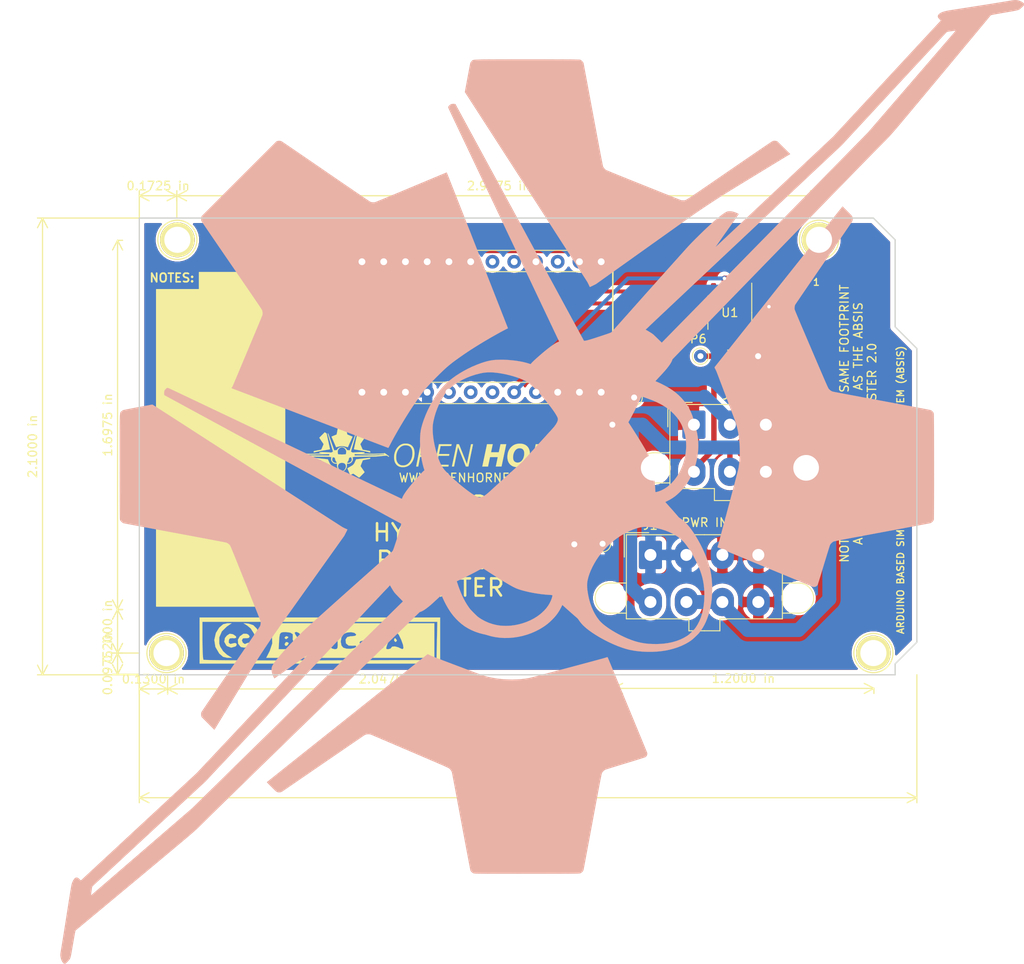
<source format=kicad_pcb>
(kicad_pcb (version 20171130) (host pcbnew "(5.1.9)-1")
  (title_block (title "ABSIS RS485 BUS MASTER") (date 2020-11-04) (rev 2) (company OPENHORNET.COM) (comment 1 "CC BY-NC-SA"))
  (layers (0 F.Cu signal) (31 B.Cu signal) (34 B.Paste user) (35 F.Paste user) (36 B.SilkS user) (37 F.SilkS user) (38 B.Mask user) (39 F.Mask user) (44 Edge.Cuts user))
  (net 0 "")
  (net 1 GND)
  (net 2 +5V)
  (net 3 /+12V_SUPPLY)
  (net 4 /+5V_SUPPLY)
  (net 5 /+3.3V_SUPPLY)
  (net 6 /BUS1-A)
  (net 7 /BUS1-B)
  (net 8 "Net-(U0-Pad12)")
  (net 9 "Net-(U0-Pad11)")
  (net 10 /RST)
  (net 11 "Net-(U0-Pad10)")
  (net 12 "Net-(U0-Pad9)")
  (net 13 "Net-(U0-Pad20)")
  (net 14 /~D5)
  (net 15 "Net-(U0-Pad19)")
  (net 16 "Net-(U0-Pad7)")
  (net 17 "Net-(U0-Pad18)")
  (net 18 "Net-(U0-Pad6)")
  (net 19 "Net-(U0-Pad17)")
  (net 20 "Net-(U0-Pad5)")
  (net 21 "Net-(U0-Pad16)")
  (net 22 "Net-(U0-Pad15)")
  (net 23 "Net-(U0-Pad14)")
  (net 24 /RX1_D0)
  (net 25 "Net-(U0-Pad13)")
  (net 26 /TX0_D1)
  (module "KiCAD Libraries:OH_LOGO_LARGE" (layer B.Cu) (at 162.179 100.076 225)
    (fp_text reference LOGO4 hide)
    (fp_text value OpenHornetLogoSmall hide)
  )
  (module "KiCAD Libraries:CC-BY-NC-SA-Small" (layer F.Cu) (at 135.173 117.666)
    (fp_text reference LOGO3 hide)
    (fp_text value OpenHornetLogoSmall hide)
  )
  (module "KiCAD Libraries:OH_LOGO_37.7mm_5.9mm" (layer F.Cu) (at 151.173 95.666)
    (fp_text reference LOGO1 hide)
    (fp_text value OpenHornetLogoSmall hide)
  )
  (module Package_DIP:DIP-24_W15.24mm_Socket (layer F.Cu) (at 140.173 88.666 90)
    (fp_text reference U0 (at 7.62 -2.33 90) (layer F.SilkS))
    (fp_text value ProMicro)
    (pad 24 thru_hole oval (at 15.24 0 90) (size 1.6 1.6) (drill 0.8) (layers *.Cu *.Mask) (net 3 /+12V_SUPPLY))
    (pad 12 thru_hole oval (at 0 27.94 90) (size 1.6 1.6) (drill 0.8) (layers *.Cu *.Mask) (net 8 "Net-(U0-Pad12)"))
    (pad 23 thru_hole oval (at 15.24 2.54 90) (size 1.6 1.6) (drill 0.8) (layers *.Cu *.Mask) (net 1 GND))
    (pad 11 thru_hole oval (at 0 25.4 90) (size 1.6 1.6) (drill 0.8) (layers *.Cu *.Mask) (net 9 "Net-(U0-Pad11)"))
    (pad 22 thru_hole oval (at 15.24 5.08 90) (size 1.6 1.6) (drill 0.8) (layers *.Cu *.Mask) (net 10 /RST))
    (pad 10 thru_hole oval (at 0 22.86 90) (size 1.6 1.6) (drill 0.8) (layers *.Cu *.Mask) (net 11 "Net-(U0-Pad10)"))
    (pad 21 thru_hole oval (at 15.24 7.62 90) (size 1.6 1.6) (drill 0.8) (layers *.Cu *.Mask) (net 2 +5V))
    (pad 9 thru_hole oval (at 0 20.32 90) (size 1.6 1.6) (drill 0.8) (layers *.Cu *.Mask) (net 12 "Net-(U0-Pad9)"))
    (pad 20 thru_hole oval (at 15.24 10.16 90) (size 1.6 1.6) (drill 0.8) (layers *.Cu *.Mask) (net 13 "Net-(U0-Pad20)"))
    (pad 8 thru_hole oval (at 0 17.78 90) (size 1.6 1.6) (drill 0.8) (layers *.Cu *.Mask) (net 14 /~D5))
    (pad 19 thru_hole oval (at 15.24 12.7 90) (size 1.6 1.6) (drill 0.8) (layers *.Cu *.Mask) (net 15 "Net-(U0-Pad19)"))
    (pad 7 thru_hole oval (at 0 15.24 90) (size 1.6 1.6) (drill 0.8) (layers *.Cu *.Mask) (net 16 "Net-(U0-Pad7)"))
    (pad 18 thru_hole oval (at 15.24 15.24 90) (size 1.6 1.6) (drill 0.8) (layers *.Cu *.Mask) (net 17 "Net-(U0-Pad18)"))
    (pad 6 thru_hole oval (at 0 12.7 90) (size 1.6 1.6) (drill 0.8) (layers *.Cu *.Mask) (net 18 "Net-(U0-Pad6)"))
    (pad 17 thru_hole oval (at 15.24 17.78 90) (size 1.6 1.6) (drill 0.8) (layers *.Cu *.Mask) (net 19 "Net-(U0-Pad17)"))
    (pad 5 thru_hole oval (at 0 10.16 90) (size 1.6 1.6) (drill 0.8) (layers *.Cu *.Mask) (net 20 "Net-(U0-Pad5)"))
    (pad 16 thru_hole oval (at 15.24 20.32 90) (size 1.6 1.6) (drill 0.8) (layers *.Cu *.Mask) (net 21 "Net-(U0-Pad16)"))
    (pad 4 thru_hole oval (at 0 7.62 90) (size 1.6 1.6) (drill 0.8) (layers *.Cu *.Mask) (net 1 GND))
    (pad 15 thru_hole oval (at 15.24 22.86 90) (size 1.6 1.6) (drill 0.8) (layers *.Cu *.Mask) (net 22 "Net-(U0-Pad15)"))
    (pad 3 thru_hole oval (at 0 5.08 90) (size 1.6 1.6) (drill 0.8) (layers *.Cu *.Mask) (net 1 GND))
    (pad 14 thru_hole oval (at 15.24 25.4 90) (size 1.6 1.6) (drill 0.8) (layers *.Cu *.Mask) (net 23 "Net-(U0-Pad14)"))
    (pad 2 thru_hole oval (at 0 2.54 90) (size 1.6 1.6) (drill 0.8) (layers *.Cu *.Mask) (net 24 /RX1_D0))
    (pad 13 thru_hole oval (at 15.24 27.94 90) (size 1.6 1.6) (drill 0.8) (layers *.Cu *.Mask) (net 25 "Net-(U0-Pad13)"))
    (pad 1 thru_hole rect (at 0 0 90) (size 1.6 1.6) (drill 0.8) (layers *.Cu *.Mask) (net 26 /TX0_D1))
  )
  (module Capacitor_SMD:C_0805_2012Metric_Pad1.15x1.40mm_HandSolder (layer F.Cu) (at 187.706 80.899 90)
    (fp_text reference C1 (at 0 2.032 90) (layer F.SilkS))
    (fp_text value 0.1uF)
    (pad 1 smd roundrect (at -1.025 0 90) (size 1.15 1.4) (layers F.Cu F.Paste F.Mask) (roundrect_rratio 0.2173904347826087) (net 2 +5V))
    (pad 2 smd roundrect (at 1.025 0 90) (size 1.15 1.4) (layers F.Cu F.Paste F.Mask) (roundrect_rratio 0.2173904347826087) (net 1 GND))
  )
  (module TestPoint:TestPoint_THTPad_D1.5mm_Drill0.7mm (layer F.Cu) (at 186.436 84.455)
    (fp_text reference TP5 (at 0 1.9558) (layer F.SilkS))
    (fp_text value TP-B1B)
    (pad 1 thru_hole circle (at 0 0) (size 1.5 1.5) (drill 0.7) (layers *.Cu *.Mask) (net 7 /BUS1-B))
  )
  (module Resistor_SMD:R_0805_2012Metric_Pad1.15x1.40mm_HandSolder (layer F.Cu) (at 183.134 84.455 180)
    (fp_text reference R1 (at 0 -1.65) (layer F.SilkS))
    (fp_text value 120)
    (pad 1 smd roundrect (at -1.025 0 180) (size 1.15 1.4) (layers F.Cu F.Paste F.Mask) (roundrect_rratio 0.2173904347826087) (net 7 /BUS1-B))
    (pad 2 smd roundrect (at 1.025 0 180) (size 1.15 1.4) (layers F.Cu F.Paste F.Mask) (roundrect_rratio 0.2173904347826087) (net 6 /BUS1-A))
  )
  (module Package_SO:SOIC-8_3.9x4.9mm_P1.27mm (layer F.Cu) (at 183.134 79.375 270)
    (fp_text reference U1 (at 0 0 180) (layer F.SilkS))
    (fp_text value MAX487EESA+T)
    (pad 1 smd roundrect (at -2.475 -1.905 270) (size 1.95 0.6) (layers F.Cu F.Paste F.Mask) (net 24 /RX1_D0))
    (pad 2 smd roundrect (at -2.475 -0.635 270) (size 1.95 0.6) (layers F.Cu F.Paste F.Mask) (net 14 /~D5))
    (pad 3 smd roundrect (at -2.475 0.635 270) (size 1.95 0.6) (layers F.Cu F.Paste F.Mask) (net 14 /~D5))
    (pad 4 smd roundrect (at -2.475 1.905 270) (size 1.95 0.6) (layers F.Cu F.Paste F.Mask) (net 26 /TX0_D1))
    (pad 5 smd roundrect (at 2.475 1.905 270) (size 1.95 0.6) (layers F.Cu F.Paste F.Mask) (net 1 GND))
    (pad 6 smd roundrect (at 2.475 0.635 270) (size 1.95 0.6) (layers F.Cu F.Paste F.Mask) (net 6 /BUS1-A))
    (pad 7 smd roundrect (at 2.475 -0.635 270) (size 1.95 0.6) (layers F.Cu F.Paste F.Mask) (net 7 /BUS1-B))
    (pad 8 smd roundrect (at 2.475 -1.905 270) (size 1.95 0.6) (layers F.Cu F.Paste F.Mask) (net 2 +5V))
  )
  (module TestPoint:TestPoint_THTPad_D1.5mm_Drill0.7mm (layer F.Cu) (at 179.705 84.455)
    (fp_text reference TP6 (at -0.635 -2.0066) (layer F.SilkS))
    (fp_text value TP-B1A)
    (pad 1 thru_hole circle (at 0 0) (size 1.5 1.5) (drill 0.7) (layers *.Cu *.Mask) (net 6 /BUS1-A))
  )
  (module Socket_Arduino_Mega:Arduino_1pin (layer F.Cu) (at 117.348 119.126)
    (fp_text reference MK1 hide)
    (fp_text value MH hide)
    (pad 1 thru_hole circle (at 0 0) (size 4.064 4.064) (drill 3.048) (layers *.Cu *.Mask F.SilkS))
  )
  (module Socket_Arduino_Mega:Arduino_1pin (layer F.Cu) (at 199.898 119.126)
    (fp_text reference MK3 hide)
    (fp_text value MH hide)
    (pad 1 thru_hole circle (at 0 0) (size 4.064 4.064) (drill 3.048) (layers *.Cu *.Mask F.SilkS))
  )
  (module Socket_Arduino_Mega:Arduino_1pin (layer F.Cu) (at 118.618 70.866)
    (fp_text reference MK4 hide)
    (fp_text value MH hide)
    (pad 1 thru_hole circle (at 0 0) (size 4.064 4.064) (drill 3.048) (layers *.Cu *.Mask F.SilkS))
  )
  (module Socket_Arduino_Mega:Arduino_1pin (layer F.Cu) (at 193.548 70.866)
    (fp_text reference MK6 hide)
    (fp_text value MH hide)
    (pad 1 thru_hole circle (at 0 0) (size 4.064 4.064) (drill 3.048) (layers *.Cu *.Mask F.SilkS))
  )
  (module TestPoint:TestPoint_THTPad_D1.5mm_Drill0.7mm (layer F.Cu) (at 164.973 106.426)
    (fp_text reference TP1 (at 0 -1.648) (layer F.SilkS) (effects (font (size 0.8 0.8))))
    (fp_text value TP-12)
    (pad 1 thru_hole circle (at 0 0) (size 1.5 1.5) (drill 0.7) (layers *.Cu *.Mask) (net 3 /+12V_SUPPLY))
  )
  (module TestPoint:TestPoint_THTPad_D1.5mm_Drill0.7mm (layer F.Cu) (at 171.958 89.281)
    (fp_text reference TP2 (at 0 -1.648) (layer F.SilkS) (effects (font (size 0.8 0.8))))
    (fp_text value TP-5V)
    (pad 1 thru_hole circle (at 0 0) (size 1.5 1.5) (drill 0.7) (layers *.Cu *.Mask) (net 4 /+5V_SUPPLY))
  )
  (module TestPoint:TestPoint_THTPad_D1.5mm_Drill0.7mm (layer F.Cu) (at 169.418 92.456)
    (fp_text reference TP3 (at 0 -1.648) (layer F.SilkS) (effects (font (size 0.8 0.8))))
    (fp_text value TP-3.3V)
    (pad 1 thru_hole circle (at 0 0) (size 1.5 1.5) (drill 0.7) (layers *.Cu *.Mask) (net 5 /+3.3V_SUPPLY))
  )
  (module TestPoint:TestPoint_THTPad_D1.5mm_Drill0.7mm (layer F.Cu) (at 168.275 106.3625)
    (fp_text reference TP4 (at 0 -1.648) (layer F.SilkS) (effects (font (size 0.8 0.8))))
    (fp_text value TP-GND)
    (pad 1 thru_hole circle (at 0 0) (size 1.5 1.5) (drill 0.7) (layers *.Cu *.Mask) (net 1 GND))
  )
  (module Connector_Molex:Molex_Mini-Fit_Jr_5566-08A2_2x04_P4.20mm_Vertical (layer F.Cu) (at 173.863 107.666)
    (fp_text reference J1 (at 0 -3.45) (layer F.SilkS))
    (fp_text value "PWR IN" (at 6.35 -3.78) (layer F.SilkS))
    (pad 1 thru_hole roundrect (at 0 0) (size 2.7 3.3) (drill 1.4) (layers *.Cu *.Mask) (roundrect_rratio 0.09259296296296296) (net 1 GND))
    (pad 2 thru_hole oval (at 4.2 0) (size 2.7 3.3) (drill 1.4) (layers *.Cu *.Mask) (net 1 GND))
    (pad 3 thru_hole oval (at 8.4 0) (size 2.7 3.3) (drill 1.4) (layers *.Cu *.Mask) (net 3 /+12V_SUPPLY))
    (pad 4 thru_hole oval (at 12.6 0) (size 2.7 3.3) (drill 1.4) (layers *.Cu *.Mask) (net 3 /+12V_SUPPLY))
    (pad 5 thru_hole oval (at 0 5.5) (size 2.7 3.3) (drill 1.4) (layers *.Cu *.Mask) (net 5 /+3.3V_SUPPLY))
    (pad 6 thru_hole oval (at 4.2 5.5) (size 2.7 3.3) (drill 1.4) (layers *.Cu *.Mask) (net 4 /+5V_SUPPLY))
    (pad 7 thru_hole oval (at 8.4 5.5) (size 2.7 3.3) (drill 1.4) (layers *.Cu *.Mask) (net 4 /+5V_SUPPLY))
    (pad 8 thru_hole oval (at 12.6 5.5) (size 2.7 3.3) (drill 1.4) (layers *.Cu *.Mask) (net 3 /+12V_SUPPLY))
    (pad "" np_thru_hole circle (at -4.7 5.04) (size 3 3) (drill 3) (layers *.Cu *.Mask))
    (pad "" np_thru_hole circle (at 17.3 5.04) (size 3 3) (drill 3) (layers *.Cu *.Mask))
  )
  (module Connector_Molex:Molex_Mini-Fit_Jr_5566-06A2_2x03_P4.20mm_Vertical (layer F.Cu) (at 178.943 92.456)
    (fp_text reference J2 (at 4.2 -3.45) (layer F.SilkS))
    (fp_text value "BUS #1" (at 10.23 9.95) (layer F.SilkS))
    (pad 1 thru_hole roundrect (at 0 0) (size 2.7 3.3) (drill 1.4) (layers *.Cu *.Mask) (roundrect_rratio 0.09259296296296296) (net 3 /+12V_SUPPLY))
    (pad 2 thru_hole oval (at 4.2 0) (size 2.7 3.3) (drill 1.4) (layers *.Cu *.Mask) (net 4 /+5V_SUPPLY))
    (pad 3 thru_hole oval (at 8.4 0) (size 2.7 3.3) (drill 1.4) (layers *.Cu *.Mask) (net 5 /+3.3V_SUPPLY))
    (pad 4 thru_hole oval (at 0 5.5) (size 2.7 3.3) (drill 1.4) (layers *.Cu *.Mask) (net 6 /BUS1-A))
    (pad 5 thru_hole oval (at 4.2 5.5) (size 2.7 3.3) (drill 1.4) (layers *.Cu *.Mask) (net 7 /BUS1-B))
    (pad 6 thru_hole oval (at 8.4 5.5) (size 2.7 3.3) (drill 1.4) (layers *.Cu *.Mask) (net 1 GND))
    (pad "" np_thru_hole circle (at -4.7 5.04) (size 3 3) (drill 3) (layers *.Cu *.Mask))
    (pad "" np_thru_hole circle (at 13.1 5.04) (size 3 3) (drill 3) (layers *.Cu *.Mask))
  )
  (gr_text "NOTE: THIS PCB HAS THE SAME FOOTPRINT \nAND MOUNTING POINTS AS THE ABSIS \nRS485 BUS MASTER 2.0" (at 198.12 91.948 90) (layer F.SilkS) (effects (font (size 1 1))))
  (gr_text USB (at 150.618 81.031) (layer F.SilkS) (effects (font (size 1 1))))
  (gr_poly (pts (xy 146.618 82.031) (xy 145.618 81.031) (xy 146.618 81.031)) (layer F.SilkS) (width 0.1))
  (gr_poly (pts (xy 146.618 81.031) (xy 145.618 81.031) (xy 146.618 80.031)) (layer F.SilkS) (width 0.1))
  (gr_line (start 145.618 81.031) (end 148.618 81.031) (layer F.SilkS) (width 0.15))
  (gr_poly (pts (xy 131.173 113.666) (xy 116.173 113.666) (xy 116.173 76.666) (xy 121.173 76.666) (xy 121.173 74.666) (xy 131.173 74.666)) (layer F.SilkS) (width 0.1))
  (gr_text NOTES: (at 117.983 75.311) (layer F.SilkS) (effects (font (size 1 1) (thickness 0.2))))
  (dimension 43.1165 (width 0.15) (layer F.SilkS) (gr_text "43.117 mm" (at 112.933 92.48775 90) (layer F.SilkS) (effects (font (size 1 1) (thickness 0.15)))) (feature1 (pts (xy 111.633 70.9295) (xy 112.219421 70.9295))) (feature2 (pts (xy 111.633 114.046) (xy 112.219421 114.046))) (crossbar (pts (xy 111.633 114.046) (xy 111.633 70.9295))) (arrow1a (pts (xy 111.633 70.9295) (xy 112.219421 72.056004))) (arrow1b (pts (xy 111.633 70.9295) (xy 111.046579 72.056004))) (arrow2a (pts (xy 111.633 114.046) (xy 112.219421 112.919496))) (arrow2b (pts (xy 111.633 114.046) (xy 111.046579 112.919496))))
  (dimension 5.08 (width 0.15) (layer F.SilkS) (gr_text "5.080 mm" (at 112.933 116.586 90) (layer F.SilkS) (effects (font (size 1 1) (thickness 0.15)))) (feature1 (pts (xy 111.633 114.046) (xy 112.219421 114.046))) (feature2 (pts (xy 111.633 119.126) (xy 112.219421 119.126))) (crossbar (pts (xy 111.633 119.126) (xy 111.633 114.046))) (arrow1a (pts (xy 111.633 114.046) (xy 112.219421 115.172504))) (arrow1b (pts (xy 111.633 114.046) (xy 111.046579 115.172504))) (arrow2a (pts (xy 111.633 119.126) (xy 112.219421 117.999496))) (arrow2b (pts (xy 111.633 119.126) (xy 111.046579 117.999496))))
  (dimension 2.4765 (width 0.15) (layer F.SilkS) (gr_text "2.477 mm" (at 110.333 120.36425 90) (layer F.SilkS) (effects (font (size 1 1) (thickness 0.15)))) (feature1 (pts (xy 114.173 119.126) (xy 111.046579 119.126))) (feature2 (pts (xy 114.173 121.6025) (xy 111.046579 121.6025))) (crossbar (pts (xy 111.633 121.6025) (xy 111.633 119.126))) (arrow1a (pts (xy 111.633 119.126) (xy 112.219421 120.252504))) (arrow1b (pts (xy 111.633 119.126) (xy 111.046579 120.252504))) (arrow2a (pts (xy 111.633 121.6025) (xy 112.219421 120.475996))) (arrow2b (pts (xy 111.633 121.6025) (xy 111.046579 120.475996))))
  (dimension 75.1205 (width 0.15) (layer F.SilkS) (gr_text "75.121 mm" (at 156.11475 67.0225) (layer F.SilkS) (effects (font (size 1 1) (thickness 0.15)))) (feature1 (pts (xy 193.675 65.7225) (xy 193.675 66.308921))) (feature2 (pts (xy 118.5545 65.7225) (xy 118.5545 66.308921))) (crossbar (pts (xy 118.5545 65.7225) (xy 193.675 65.7225))) (arrow1a (pts (xy 193.675 65.7225) (xy 192.548496 66.308921))) (arrow1b (pts (xy 193.675 65.7225) (xy 192.548496 65.136079))) (arrow2a (pts (xy 118.5545 65.7225) (xy 119.681004 66.308921))) (arrow2b (pts (xy 118.5545 65.7225) (xy 119.681004 65.136079))))
  (dimension 4.3815 (width 0.15) (layer F.SilkS) (gr_text "4.381 mm" (at 116.36375 64.4225) (layer F.SilkS) (effects (font (size 1 1) (thickness 0.15)))) (feature1 (pts (xy 118.5545 68.326) (xy 118.5545 65.136079))) (feature2 (pts (xy 114.173 68.326) (xy 114.173 65.136079))) (crossbar (pts (xy 114.173 65.7225) (xy 118.5545 65.7225))) (arrow1a (pts (xy 118.5545 65.7225) (xy 117.427996 66.308921))) (arrow1b (pts (xy 118.5545 65.7225) (xy 117.427996 65.136079))) (arrow2a (pts (xy 114.173 65.7225) (xy 115.299504 66.308921))) (arrow2b (pts (xy 114.173 65.7225) (xy 115.299504 65.136079))))
  (dimension 30.48 (width 0.15) (layer F.SilkS) (gr_text "30.480 mm" (at 184.7215 124.5535) (layer F.SilkS) (effects (font (size 1 1) (thickness 0.15)))) (feature1 (pts (xy 199.9615 123.2535) (xy 199.9615 123.839921))) (feature2 (pts (xy 169.4815 123.2535) (xy 169.4815 123.839921))) (crossbar (pts (xy 169.4815 123.2535) (xy 199.9615 123.2535))) (arrow1a (pts (xy 199.9615 123.2535) (xy 198.834996 123.839921))) (arrow1b (pts (xy 199.9615 123.2535) (xy 198.834996 122.667079))) (arrow2a (pts (xy 169.4815 123.2535) (xy 170.608004 123.839921))) (arrow2b (pts (xy 169.4815 123.2535) (xy 170.608004 122.667079))))
  (dimension 52.0065 (width 0.15) (layer F.SilkS) (gr_text "52.007 mm" (at 143.47825 124.617) (layer F.SilkS) (effects (font (size 1 1) (thickness 0.15)))) (feature1 (pts (xy 169.4815 123.317) (xy 169.4815 123.903421))) (feature2 (pts (xy 117.475 123.317) (xy 117.475 123.903421))) (crossbar (pts (xy 117.475 123.317) (xy 169.4815 123.317))) (arrow1a (pts (xy 169.4815 123.317) (xy 168.354996 123.903421))) (arrow1b (pts (xy 169.4815 123.317) (xy 168.354996 122.730579))) (arrow2a (pts (xy 117.475 123.317) (xy 118.601504 123.903421))) (arrow2b (pts (xy 117.475 123.317) (xy 118.601504 122.730579))))
  (dimension 3.302 (width 0.15) (layer F.SilkS) (gr_text "3.302 mm" (at 115.824 124.617) (layer F.SilkS) (effects (font (size 1 1) (thickness 0.15)))) (feature1 (pts (xy 117.475 121.666) (xy 117.475 123.903421))) (feature2 (pts (xy 114.173 121.666) (xy 114.173 123.903421))) (crossbar (pts (xy 114.173 123.317) (xy 117.475 123.317))) (arrow1a (pts (xy 117.475 123.317) (xy 116.348496 123.903421))) (arrow1b (pts (xy 117.475 123.317) (xy 116.348496 122.730579))) (arrow2a (pts (xy 114.173 123.317) (xy 115.299504 123.903421))) (arrow2b (pts (xy 114.173 123.317) (xy 115.299504 122.730579))))
  (dimension 53.34 (width 0.15) (layer F.SilkS) (gr_text "53.340 mm" (at 101.57 94.996 90) (layer F.SilkS) (effects (font (size 1 1) (thickness 0.15)))) (feature1 (pts (xy 114.173 68.326) (xy 102.283579 68.326))) (feature2 (pts (xy 114.173 121.666) (xy 102.283579 121.666))) (crossbar (pts (xy 102.87 121.666) (xy 102.87 68.326))) (arrow1a (pts (xy 102.87 68.326) (xy 103.456421 69.452504))) (arrow1b (pts (xy 102.87 68.326) (xy 102.283579 69.452504))) (arrow2a (pts (xy 102.87 121.666) (xy 103.456421 120.539496))) (arrow2b (pts (xy 102.87 121.666) (xy 102.283579 120.539496))))
  (dimension 90.805 (width 0.15) (layer F.SilkS) (gr_text "90.805 mm" (at 159.5755 137.317) (layer F.SilkS) (effects (font (size 1 1) (thickness 0.15)))) (feature1 (pts (xy 204.978 121.666) (xy 204.978 136.603421))) (feature2 (pts (xy 114.173 121.666) (xy 114.173 136.603421))) (crossbar (pts (xy 114.173 136.017) (xy 204.978 136.017))) (arrow1a (pts (xy 204.978 136.017) (xy 203.851496 136.603421))) (arrow1b (pts (xy 204.978 136.017) (xy 203.851496 135.430579))) (arrow2a (pts (xy 114.173 136.017) (xy 115.299504 136.603421))) (arrow2b (pts (xy 114.173 136.017) (xy 115.299504 135.430579))))
  (gr_line (start 114.173 121.666) (end 202.438 121.666) (layer Edge.Cuts) (width 0.15))
  (gr_line (start 114.173 68.326) (end 199.898 68.326) (layer Edge.Cuts) (width 0.15))
  (gr_line (start 114.173 121.666) (end 114.173 68.326) (layer Edge.Cuts) (width 0.15))
  (gr_text WWW.OPENHORNET.COM (at 153.173 98.666) (layer F.SilkS) (effects (font (size 1 1))))
  (gr_text "REV: 1" (at 191.643 75.819) (layer F.SilkS) (effects (font (size 0.8 0.8))))
  (gr_text "ABSIS \nHYBRID HID/\nRS485 BUS \nMASTER" (at 151.173 106.666) (layer F.SilkS) (effects (font (size 2 2) (thickness 0.3))))
  (gr_text "ARDUINO BASED SIMULATOR INTERFACE SYSTEM (ABSIS)" (at 203.073 100.076 90) (layer F.SilkS) (effects (font (size 0.8 0.8))))
  (gr_text 1 (at 140.173 90.666 90) (layer F.SilkS) (effects (font (size 1 1))))
  (gr_line (start 202.438 120.396) (end 202.438 121.666) (angle 90) (layer Edge.Cuts) (width 0.15))
  (gr_line (start 204.978 117.856) (end 202.438 120.396) (angle 90) (layer Edge.Cuts) (width 0.15))
  (gr_line (start 204.978 83.566) (end 204.978 117.856) (angle 90) (layer Edge.Cuts) (width 0.15))
  (gr_line (start 202.438 81.026) (end 204.978 83.566) (angle 90) (layer Edge.Cuts) (width 0.15))
  (gr_line (start 202.438 70.866) (end 202.438 81.026) (angle 90) (layer Edge.Cuts) (width 0.15))
  (gr_line (start 199.898 68.326) (end 202.438 70.866) (angle 90) (layer Edge.Cuts) (width 0.15))
  (segment (start 181.229 80.775) (end 181.229 81.85) (width 0.635) (layer F.Cu) (net 1))
  (segment (start 182.13 79.874) (end 181.229 80.775) (width 0.635) (layer F.Cu) (net 1))
  (segment (start 187.706 79.874) (end 182.13 79.874) (width 0.635) (layer F.Cu) (net 1))
  (via (at 187.706 78.6765) (size 0.6) (drill 0.4) (layers F.Cu B.Cu) (net 1))
  (segment (start 187.706 79.874) (end 187.706 78.6765) (width 0.635) (layer F.Cu) (net 1))
  (segment (start 187.632 81.85) (end 187.706 81.924) (width 0.635) (layer F.Cu) (net 2))
  (segment (start 185.039 81.85) (end 187.632 81.85) (width 0.635) (layer F.Cu) (net 2))
  (segment (start 149.250201 71.968799) (end 147.793 73.426) (width 0.9144) (layer F.Cu) (net 2))
  (segment (start 186.475799 71.968799) (end 149.250201 71.968799) (width 0.9144) (layer F.Cu) (net 2))
  (segment (start 189.06321 74.55621) (end 186.475799 71.968799) (width 0.9144) (layer F.Cu) (net 2))
  (segment (start 189.06321 81.36679) (end 189.06321 74.55621) (width 0.9144) (layer F.Cu) (net 2))
  (segment (start 188.506 81.924) (end 189.06321 81.36679) (width 0.9144) (layer F.Cu) (net 2))
  (segment (start 187.706 81.924) (end 188.506 81.924) (width 0.9144) (layer F.Cu) (net 2))
  (segment (start 180.1674 89.1804) (end 183.143 92.156) (width 1.6256) (layer B.Cu) (net 4))
  (segment (start 183.143 92.156) (end 183.143 92.456) (width 1.6256) (layer B.Cu) (net 4))
  (segment (start 182.263 113.466) (end 182.263 113.166) (width 1.6256) (layer B.Cu) (net 4))
  (segment (start 185.2386 116.4416) (end 182.263 113.466) (width 1.6256) (layer B.Cu) (net 4))
  (segment (start 183.143 92.156) (end 186.1186 89.1804) (width 1.6256) (layer B.Cu) (net 4))
  (segment (start 194.752001 96.223484) (end 194.752001 112.835945) (width 1.6256) (layer B.Cu) (net 4))
  (segment (start 186.1186 89.1804) (end 187.708917 89.1804) (width 1.6256) (layer B.Cu) (net 4))
  (segment (start 194.752001 112.835945) (end 191.146346 116.4416) (width 1.6256) (layer B.Cu) (net 4))
  (segment (start 187.708917 89.1804) (end 194.752001 96.223484) (width 1.6256) (layer B.Cu) (net 4))
  (segment (start 191.146346 116.4416) (end 185.2386 116.4416) (width 1.6256) (layer B.Cu) (net 4))
  (segment (start 178.063 113.166) (end 182.263 113.166) (width 1.6256) (layer B.Cu) (net 4))
  (segment (start 172.0586 89.1804) (end 171.958 89.281) (width 1.2192) (layer B.Cu) (net 4))
  (segment (start 180.1674 89.1804) (end 172.0586 89.1804) (width 1.2192) (layer B.Cu) (net 4))
  (segment (start 184.68019 95.11881) (end 187.343 92.456) (width 1.6256) (layer B.Cu) (net 5))
  (segment (start 175.584756 95.11881) (end 184.68019 95.11881) (width 1.6256) (layer B.Cu) (net 5))
  (segment (start 172.921946 92.456) (end 175.584756 95.11881) (width 1.6256) (layer B.Cu) (net 5))
  (segment (start 171.2595 92.456) (end 172.921946 92.456) (width 1.6256) (layer B.Cu) (net 5))
  (segment (start 173.341946 113.166) (end 173.863 113.166) (width 1.6256) (layer B.Cu) (net 5))
  (segment (start 171.50019 111.324244) (end 173.341946 113.166) (width 1.6256) (layer B.Cu) (net 5))
  (segment (start 171.50019 98.897756) (end 171.50019 111.324244) (width 1.6256) (layer B.Cu) (net 5))
  (segment (start 171.695801 98.702145) (end 171.50019 98.897756) (width 1.6256) (layer B.Cu) (net 5))
  (segment (start 171.695801 92.892301) (end 171.695801 98.702145) (width 1.6256) (layer B.Cu) (net 5))
  (segment (start 171.2595 92.456) (end 171.695801 92.892301) (width 1.6256) (layer B.Cu) (net 5))
  (segment (start 169.418 92.456) (end 171.2595 92.456) (width 1.2192) (layer B.Cu) (net 5))
  (segment (start 182.499 84.065) (end 182.109 84.455) (width 0.635) (layer F.Cu) (net 6))
  (segment (start 182.499 81.85) (end 182.499 84.065) (width 0.635) (layer F.Cu) (net 6))
  (segment (start 182.109 84.455) (end 179.705 84.455) (width 0.635) (layer F.Cu) (net 6))
  (segment (start 178.943 97.656) (end 178.943 97.956) (width 0.635) (layer F.Cu) (net 6))
  (segment (start 181.27549 95.32351) (end 178.943 97.656) (width 0.635) (layer F.Cu) (net 6))
  (segment (start 181.27549 85.28851) (end 181.27549 95.32351) (width 0.635) (layer F.Cu) (net 6))
  (segment (start 182.109 84.455) (end 181.27549 85.28851) (width 0.635) (layer F.Cu) (net 6))
  (segment (start 186.436 84.455) (end 184.159 84.455) (width 0.635) (layer F.Cu) (net 7))
  (segment (start 183.769 84.065) (end 184.159 84.455) (width 0.635) (layer F.Cu) (net 7))
  (segment (start 183.769 81.85) (end 183.769 84.065) (width 0.635) (layer F.Cu) (net 7))
  (segment (start 183.143 95.671) (end 183.143 97.956) (width 0.635) (layer F.Cu) (net 7))
  (segment (start 185.01051 93.80349) (end 183.143 95.671) (width 0.635) (layer F.Cu) (net 7))
  (segment (start 185.01051 85.30651) (end 185.01051 93.80349) (width 0.635) (layer F.Cu) (net 7))
  (segment (start 184.159 84.455) (end 185.01051 85.30651) (width 0.635) (layer F.Cu) (net 7))
  (segment (start 183.769 76.9) (end 183.769 75.3745) (width 0.635) (layer F.Cu) (net 14))
  (segment (start 183.769 75.3745) (end 182.499 75.3745) (width 0.635) (layer F.Cu) (net 14))
  (segment (start 182.499 75.3745) (end 182.499 76.9) (width 0.635) (layer F.Cu) (net 14))
  (via (at 182.499 75.3745) (size 0.6) (drill 0.4) (layers F.Cu B.Cu) (net 14))
  (segment (start 171.2445 75.3745) (end 157.953 88.666) (width 0.4572) (layer B.Cu) (net 14))
  (segment (start 182.499 75.3745) (end 171.2445 75.3745) (width 0.4572) (layer B.Cu) (net 14))
  (segment (start 185.039 77.875) (end 185.039 76.9) (width 0.4572) (layer F.Cu) (net 24))
  (segment (start 184.61039 78.30361) (end 185.039 77.875) (width 0.4572) (layer F.Cu) (net 24))
  (segment (start 153.07539 78.30361) (end 184.61039 78.30361) (width 0.4572) (layer F.Cu) (net 24))
  (segment (start 142.713 88.666) (end 153.07539 78.30361) (width 0.4572) (layer F.Cu) (net 24))
  (segment (start 151.939 76.9) (end 140.173 88.666) (width 0.4572) (layer F.Cu) (net 26))
  (segment (start 181.229 76.9) (end 151.939 76.9) (width 0.4572) (layer F.Cu) (net 26))
  (zone (net 3) (net_name /+12V_SUPPLY) (layer F.Cu) (connect_pads (clearance 0.508)) (min_thickness 0.254) (fill yes (arc_segments 32) (thermal_gap 0.508) (thermal_bridge_width 1.219))
    (polygon (pts (xy 114.173 68.326) (xy 199.898 68.326) (xy 202.438 70.866) (xy 202.438 81.026) (xy 204.978 83.566) (xy 204.978 117.856) (xy 202.438 120.396) (xy 202.438 121.666) (xy 114.173 121.666)))
  )
  (zone (net 1) (net_name GND) (layer B.Cu) (connect_pads (clearance 0.508)) (min_thickness 0.254) (fill yes (arc_segments 32) (thermal_gap 0.508) (thermal_bridge_width 1.219))
    (polygon (pts (xy 114.173 68.326) (xy 199.898 68.326) (xy 202.438 70.866) (xy 202.438 81.026) (xy 204.978 83.566) (xy 204.978 117.856) (xy 202.438 120.396) (xy 202.438 121.666) (xy 114.173 121.666)))
  )
)
</source>
